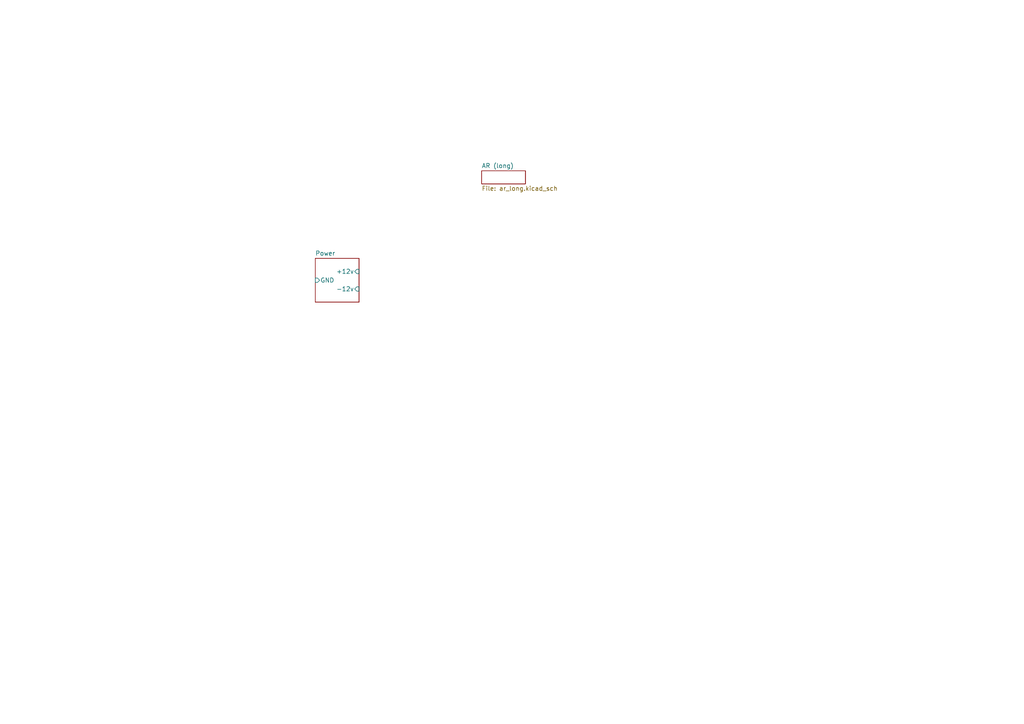
<source format=kicad_sch>
(kicad_sch (version 20230121) (generator eeschema)
  (paper "A4")
  (lib_symbols)
  (sheet (at 139.7 49.53) (size 12.7 3.81) (stroke (width 0.1524))
    (property "Sheetname" "AR (long)" (at 139.7 48.8184 0) (effects (justify left bottom)))
    (property "Sheetfile" "ar_long.kicad_sch" (at 139.7 53.9246 0) (effects (justify left top)))
  )
  (sheet (at 91.44 74.93) (size 12.7 12.7) (stroke (width 0.1524))
    (property "Sheetname" "Power" (at 91.44 74.2184 0) (effects (justify left bottom)))
    (property "Sheetfile" "../subschema/10_pin_power/10_pin_power.kicad_sch" (effects hide))
    (pin "-12v" input (at 104.14 83.82 0))
    (pin "+12v" input (at 104.14 78.74 0))
    (pin "GND" input (at 91.44 81.28 180))
  )
)
</source>
